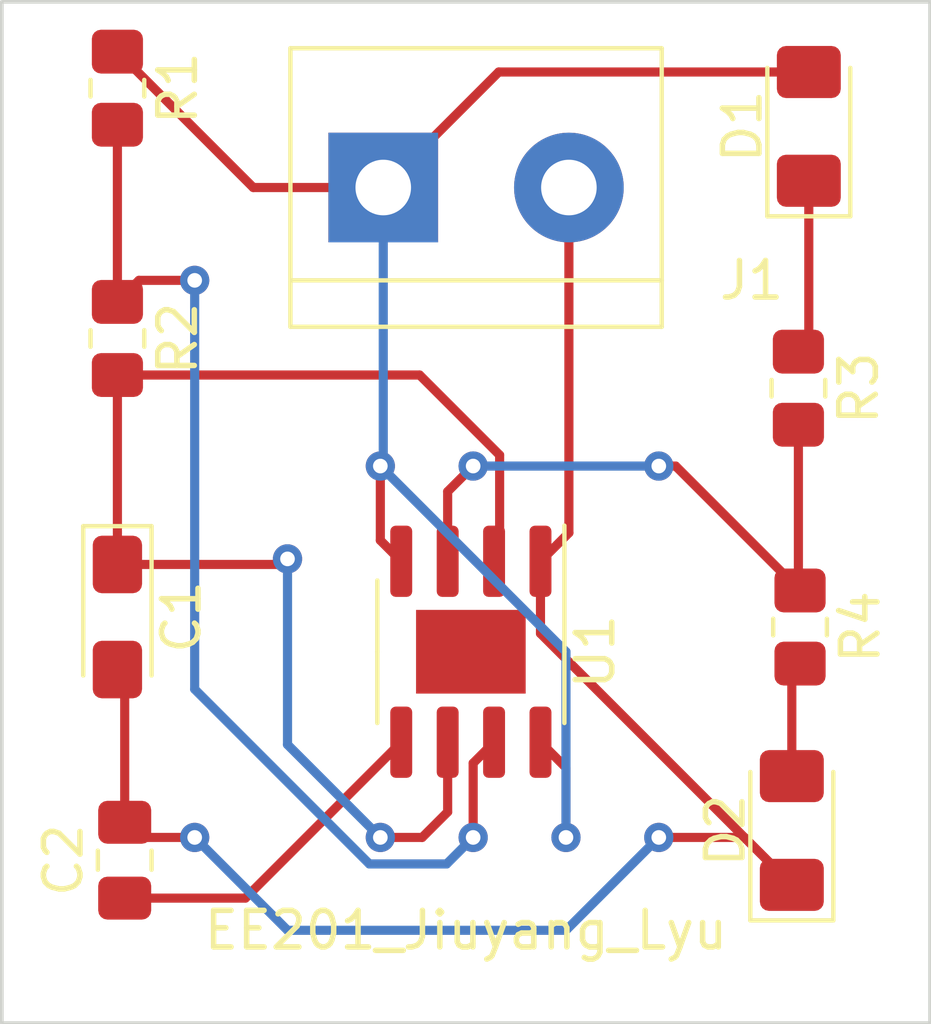
<source format=kicad_pcb>
(kicad_pcb (version 20211014) (generator pcbnew)
  (layers (0 "F.Cu" signal) (31 "B.Cu" signal) (34 "B.Paste" user) (35 "F.Paste" user) (36 "B.SilkS" user "B.Silkscreen") (37 "F.SilkS" user "F.Silkscreen") (38 "B.Mask" user) (39 "F.Mask" user) (44 "Edge.Cuts" user))
  (net 0 "")
  (net 1 "/pin_2")
  (net 2 "GND")
  (net 3 "Net-(C2-Pad1)")
  (net 4 "Net-(D1-Pad1)")
  (net 5 "+9V")
  (net 6 "Net-(D2-Pad2)")
  (net 7 "/pin_7")
  (net 8 "/pin_3")
  (footprint "Resistor_SMD:R_0805_2012Metric_Pad1.20x1.40mm_HandSolder" (layer "F.Cu") (at 151.3375 86.77 -90)
    (fp_text reference "R3" (at 0 -1.65 90) (layer "F.SilkS"))
    (fp_text value "1k")
    (fp_line (start -0.227064 -0.735) (end 0.227064 -0.735) (layer "F.SilkS") (width 0.12))
    (fp_line (start -0.227064 0.735) (end 0.227064 0.735) (layer "F.SilkS") (width 0.12))
    (pad "1" smd roundrect (at -1 0 270) (size 1.2 1.4) (layers "F.Cu" "F.Paste" "F.Mask") (roundrect_rratio 0.208333) (net 4 "Net-(D1-Pad1)"))
    (pad "2" smd roundrect (at 1 0 270) (size 1.2 1.4) (layers "F.Cu" "F.Paste" "F.Mask") (roundrect_rratio 0.208333) (net 8 "/pin_3"))
  )
  (footprint "Resistor_SMD:R_0805_2012Metric_Pad1.20x1.40mm_HandSolder" (layer "F.Cu") (at 151.3825 93.304128 -90)
    (fp_text reference "R4" (at 0 -1.65 90) (layer "F.SilkS"))
    (fp_text value "1k")
    (fp_line (start -0.227064 -0.735) (end 0.227064 -0.735) (layer "F.SilkS") (width 0.12))
    (fp_line (start -0.227064 0.735) (end 0.227064 0.735) (layer "F.SilkS") (width 0.12))
    (pad "1" smd roundrect (at -1 0 270) (size 1.2 1.4) (layers "F.Cu" "F.Paste" "F.Mask") (roundrect_rratio 0.208333) (net 8 "/pin_3"))
    (pad "2" smd roundrect (at 1 0 270) (size 1.2 1.4) (layers "F.Cu" "F.Paste" "F.Mask") (roundrect_rratio 0.208333) (net 6 "Net-(D2-Pad2)"))
  )
  (footprint "Resistor_SMD:R_0805_2012Metric_Pad1.20x1.40mm_HandSolder" (layer "F.Cu") (at 132.7025 85.409448 -90)
    (fp_text reference "R2" (at 0 -1.65 90) (layer "F.SilkS"))
    (fp_text value "10k")
    (fp_line (start -0.227064 0.735) (end 0.227064 0.735) (layer "F.SilkS") (width 0.12))
    (fp_line (start -0.227064 -0.735) (end 0.227064 -0.735) (layer "F.SilkS") (width 0.12))
    (pad "1" smd roundrect (at -1 0 270) (size 1.2 1.4) (layers "F.Cu" "F.Paste" "F.Mask") (roundrect_rratio 0.208333) (net 7 "/pin_7"))
    (pad "2" smd roundrect (at 1 0 270) (size 1.2 1.4) (layers "F.Cu" "F.Paste" "F.Mask") (roundrect_rratio 0.208333) (net 1 "/pin_2"))
  )
  (footprint "LED_SMD:LED_1206_3216Metric_Pad1.42x1.75mm_HandSolder" (layer "F.Cu") (at 151.6225 79.6075 90)
    (fp_text reference "D1" (at 0 -1.82 90) (layer "F.SilkS"))
    (fp_text value "LED")
    (fp_line (start -2.46 -1.135) (end -2.46 1.135) (layer "F.SilkS") (width 0.12))
    (fp_line (start 1.6 -1.135) (end -2.46 -1.135) (layer "F.SilkS") (width 0.12))
    (fp_line (start -2.46 1.135) (end 1.6 1.135) (layer "F.SilkS") (width 0.12))
    (pad "1" smd roundrect (at -1.4875 0 90) (size 1.425 1.75) (layers "F.Cu" "F.Paste" "F.Mask") (roundrect_rratio 0.175439) (net 4 "Net-(D1-Pad1)"))
    (pad "2" smd roundrect (at 1.4875 0 90) (size 1.425 1.75) (layers "F.Cu" "F.Paste" "F.Mask") (roundrect_rratio 0.175439) (net 5 "+9V"))
  )
  (footprint "Package_SO:SOIC-8-1EP_3.9x4.9mm_P1.27mm_EP2.29x3mm" (layer "F.Cu") (at 142.375 93.98 -90)
    (fp_text reference "U1" (at 0 -3.4 90) (layer "F.SilkS"))
    (fp_text value "NE555D")
    (fp_line (start 0 -2.56) (end -3.45 -2.56) (layer "F.SilkS") (width 0.12))
    (fp_line (start 0 2.56) (end 1.95 2.56) (layer "F.SilkS") (width 0.12))
    (fp_line (start 0 -2.56) (end 1.95 -2.56) (layer "F.SilkS") (width 0.12))
    (fp_line (start 0 2.56) (end -1.95 2.56) (layer "F.SilkS") (width 0.12))
    (pad "1" smd roundrect (at -2.475 -1.905 270) (size 1.95 0.6) (layers "F.Cu" "F.Paste" "F.Mask") (net 2 "GND"))
    (pad "2" smd roundrect (at -2.475 -0.635 270) (size 1.95 0.6) (layers "F.Cu" "F.Paste" "F.Mask") (net 1 "/pin_2"))
    (pad "3" smd roundrect (at -2.475 0.635 270) (size 1.95 0.6) (layers "F.Cu" "F.Paste" "F.Mask") (net 8 "/pin_3"))
    (pad "4" smd roundrect (at -2.475 1.905 270) (size 1.95 0.6) (layers "F.Cu" "F.Paste" "F.Mask") (net 5 "+9V"))
    (pad "5" smd roundrect (at 2.475 1.905 270) (size 1.95 0.6) (layers "F.Cu" "F.Paste" "F.Mask") (net 3 "Net-(C2-Pad1)"))
    (pad "6" smd roundrect (at 2.475 0.635 270) (size 1.95 0.6) (layers "F.Cu" "F.Paste" "F.Mask") (net 1 "/pin_2"))
    (pad "7" smd roundrect (at 2.475 -0.635 270) (size 1.95 0.6) (layers "F.Cu" "F.Paste" "F.Mask") (net 7 "/pin_7"))
    (pad "8" smd roundrect (at 2.475 -1.905 270) (size 1.95 0.6) (layers "F.Cu" "F.Paste" "F.Mask") (net 5 "+9V"))
    (pad "9" smd rect (at 0 0 270) (size 2.29 3) (layers "F.Cu" "F.Mask"))
  )
  (footprint "TerminalBlock:TerminalBlock_bornier-2_P5.08mm" (layer "F.Cu") (at 139.9775 81.28)
    (fp_text reference "J1" (at 10.08 2.54) (layer "F.SilkS"))
    (fp_text value "Conn_01x02_Male")
    (fp_line (start 7.62 -3.81) (end -2.54 -3.81) (layer "F.SilkS") (width 0.12))
    (fp_line (start -2.54 -3.81) (end -2.54 3.81) (layer "F.SilkS") (width 0.12))
    (fp_line (start 7.62 2.54) (end -2.54 2.54) (layer "F.SilkS") (width 0.12))
    (fp_line (start 7.62 3.81) (end 7.62 -3.81) (layer "F.SilkS") (width 0.12))
    (fp_line (start -2.54 3.81) (end 7.62 3.81) (layer "F.SilkS") (width 0.12))
    (pad "1" thru_hole rect (at 0 0) (size 3 3) (drill 1.52) (layers *.Cu *.Mask) (net 5 "+9V"))
    (pad "2" thru_hole circle (at 5.08 0) (size 3 3) (drill 1.52) (layers *.Cu *.Mask) (net 2 "GND"))
  )
  (footprint "LED_SMD:LED_1206_3216Metric_Pad1.42x1.75mm_HandSolder" (layer "F.Cu") (at 151.1575 98.87 90)
    (fp_text reference "D2" (at 0 -1.82 90) (layer "F.SilkS"))
    (fp_text value "LED")
    (fp_line (start -2.46 1.135) (end 1.6 1.135) (layer "F.SilkS") (width 0.12))
    (fp_line (start 1.6 -1.135) (end -2.46 -1.135) (layer "F.SilkS") (width 0.12))
    (fp_line (start -2.46 -1.135) (end -2.46 1.135) (layer "F.SilkS") (width 0.12))
    (pad "1" smd roundrect (at -1.4875 0 90) (size 1.425 1.75) (layers "F.Cu" "F.Paste" "F.Mask") (roundrect_rratio 0.175439) (net 2 "GND"))
    (pad "2" smd roundrect (at 1.4875 0 90) (size 1.425 1.75) (layers "F.Cu" "F.Paste" "F.Mask") (roundrect_rratio 0.175439) (net 6 "Net-(D2-Pad2)"))
  )
  (footprint "Capacitor_SMD:C_0805_2012Metric_Pad1.18x1.45mm_HandSolder" (layer "F.Cu") (at 132.9025 99.6825 90)
    (fp_text reference "C2" (at 0 -1.68 90) (layer "F.SilkS"))
    (fp_text value "0.01μF")
    (fp_line (start -0.261252 0.735) (end 0.261252 0.735) (layer "F.SilkS") (width 0.12))
    (fp_line (start -0.261252 -0.735) (end 0.261252 -0.735) (layer "F.SilkS") (width 0.12))
    (pad "1" smd roundrect (at -1.0375 0 90) (size 1.175 1.45) (layers "F.Cu" "F.Paste" "F.Mask") (roundrect_rratio 0.212766) (net 3 "Net-(C2-Pad1)"))
    (pad "2" smd roundrect (at 1.0375 0 90) (size 1.175 1.45) (layers "F.Cu" "F.Paste" "F.Mask") (roundrect_rratio 0.212766) (net 2 "GND"))
  )
  (footprint "Resistor_SMD:R_0805_2012Metric_Pad1.20x1.40mm_HandSolder" (layer "F.Cu") (at 132.7025 78.562384 -90)
    (fp_text reference "R1" (at 0 -1.65 90) (layer "F.SilkS"))
    (fp_text value "1k")
    (fp_line (start -0.227064 0.735) (end 0.227064 0.735) (layer "F.SilkS") (width 0.12))
    (fp_line (start -0.227064 -0.735) (end 0.227064 -0.735) (layer "F.SilkS") (width 0.12))
    (pad "1" smd roundrect (at -1 0 270) (size 1.2 1.4) (layers "F.Cu" "F.Paste" "F.Mask") (roundrect_rratio 0.208333) (net 5 "+9V"))
    (pad "2" smd roundrect (at 1 0 270) (size 1.2 1.4) (layers "F.Cu" "F.Paste" "F.Mask") (roundrect_rratio 0.208333) (net 7 "/pin_7"))
  )
  (footprint "Capacitor_Tantalum_SMD:CP_EIA-3216-18_Kemet-A_Pad1.58x1.35mm_HandSolder" (layer "F.Cu") (at 132.7025 93.029448 -90)
    (fp_text reference "C1" (at 0 -1.75 90) (layer "F.SilkS"))
    (fp_text value "10μF")
    (fp_line (start 1.6 -0.935) (end -2.485 -0.935) (layer "F.SilkS") (width 0.12))
    (fp_line (start -2.485 0.935) (end 1.6 0.935) (layer "F.SilkS") (width 0.12))
    (fp_line (start -2.485 -0.935) (end -2.485 0.935) (layer "F.SilkS") (width 0.12))
    (pad "1" smd roundrect (at -1.4375 0 270) (size 1.575 1.35) (layers "F.Cu" "F.Paste" "F.Mask") (roundrect_rratio 0.185185) (net 1 "/pin_2"))
    (pad "2" smd roundrect (at 1.4375 0 270) (size 1.575 1.35) (layers "F.Cu" "F.Paste" "F.Mask") (roundrect_rratio 0.185185) (net 2 "GND"))
  )
  (gr_rect (start 129.54 76.2) (end 154.94 104.14) (layer "Edge.Cuts") (width 0.1) (fill none))
  (gr_text "EE201_Jiuyang_Lyu" (at 142.24 101.6) (layer "F.SilkS") (effects (font (size 1 1))))
  (segment (start 143.1625 91.3525) (end 143.1625 88.599695) (width 0.25) (layer "F.Cu") (net 1))
  (segment (start 141.74 98.3625) (end 141.0425 99.06) (width 0.25) (layer "F.Cu") (net 1))
  (segment (start 141.74 96.455) (end 141.74 98.3625) (width 0.25) (layer "F.Cu") (net 1))
  (segment (start 143.01 91.505) (end 143.1625 91.3525) (width 0.25) (layer "F.Cu") (net 1))
  (segment (start 132.7025 91.591948) (end 137.205552 91.591948) (width 0.25) (layer "F.Cu") (net 1))
  (segment (start 140.972253 86.409448) (end 132.7025 86.409448) (width 0.25) (layer "F.Cu") (net 1))
  (segment (start 143.1625 88.599695) (end 140.972253 86.409448) (width 0.25) (layer "F.Cu") (net 1))
  (segment (start 132.7025 86.409448) (end 132.7025 91.591948) (width 0.25) (layer "F.Cu") (net 1))
  (segment (start 141.0425 99.06) (end 139.8975 99.06) (width 0.25) (layer "F.Cu") (net 1))
  (segment (start 137.205552 91.591948) (end 137.3575 91.44) (width 0.25) (layer "F.Cu") (net 1))
  (via (at 139.8975 99.06) (size 0.8) (drill 0.4) (layers "F.Cu" "B.Cu") (net 1))
  (via (at 137.3575 91.44) (size 0.8) (drill 0.4) (layers "F.Cu" "B.Cu") (net 1))
  (segment (start 137.3575 91.44) (end 137.3575 96.52) (width 0.25) (layer "B.Cu") (net 1))
  (segment (start 137.3575 96.52) (end 139.8975 99.06) (width 0.25) (layer "B.Cu") (net 1))
  (segment (start 145.0575 90.7275) (end 144.28 91.505) (width 0.25) (layer "F.Cu") (net 2))
  (segment (start 145.0575 81.28) (end 145.0575 90.7275) (width 0.25) (layer "F.Cu") (net 2))
  (segment (start 149.86 99.06) (end 151.1575 100.3575) (width 0.25) (layer "F.Cu") (net 2))
  (segment (start 144.28 93.48) (end 144.28 91.505) (width 0.25) (layer "F.Cu") (net 2))
  (segment (start 132.9025 94.666948) (end 132.9025 98.645) (width 0.25) (layer "F.Cu") (net 2))
  (segment (start 133.3175 99.06) (end 132.9025 98.645) (width 0.25) (layer "F.Cu") (net 2))
  (segment (start 151.1575 100.3575) (end 144.28 93.48) (width 0.25) (layer "F.Cu") (net 2))
  (segment (start 132.7025 94.466948) (end 132.9025 94.666948) (width 0.25) (layer "F.Cu") (net 2))
  (segment (start 134.8175 99.06) (end 133.3175 99.06) (width 0.25) (layer "F.Cu") (net 2))
  (segment (start 147.5175 99.06) (end 149.86 99.06) (width 0.25) (layer "F.Cu") (net 2))
  (via (at 134.8175 99.06) (size 0.8) (drill 0.4) (layers "F.Cu" "B.Cu") (net 2))
  (via (at 147.5175 99.06) (size 0.8) (drill 0.4) (layers "F.Cu" "B.Cu") (net 2))
  (segment (start 137.3575 101.6) (end 144.9775 101.6) (width 0.25) (layer "B.Cu") (net 2))
  (segment (start 144.9775 101.6) (end 147.5175 99.06) (width 0.25) (layer "B.Cu") (net 2))
  (segment (start 134.8175 99.06) (end 137.3575 101.6) (width 0.25) (layer "B.Cu") (net 2))
  (segment (start 136.205 100.72) (end 140.47 96.455) (width 0.25) (layer "F.Cu") (net 3))
  (segment (start 132.9025 100.72) (end 136.205 100.72) (width 0.25) (layer "F.Cu") (net 3))
  (segment (start 151.3375 85.77) (end 151.6225 85.485) (width 0.25) (layer "F.Cu") (net 4))
  (segment (start 151.6225 85.485) (end 151.6225 81.095) (width 0.25) (layer "F.Cu") (net 4))
  (segment (start 144.28 96.455) (end 144.9775 97.1525) (width 0.25) (layer "F.Cu") (net 5))
  (segment (start 132.7025 77.562384) (end 136.420116 81.28) (width 0.25) (layer "F.Cu") (net 5))
  (segment (start 136.420116 81.28) (end 139.9775 81.28) (width 0.25) (layer "F.Cu") (net 5))
  (segment (start 139.8975 90.9325) (end 139.8975 88.9) (width 0.25) (layer "F.Cu") (net 5))
  (segment (start 144.9775 97.1525) (end 144.9775 99.06) (width 0.25) (layer "F.Cu") (net 5))
  (segment (start 139.9775 81.28) (end 143.1375 78.12) (width 0.25) (layer "F.Cu") (net 5))
  (segment (start 143.1375 78.12) (end 151.6225 78.12) (width 0.25) (layer "F.Cu") (net 5))
  (segment (start 140.47 91.505) (end 139.8975 90.9325) (width 0.25) (layer "F.Cu") (net 5))
  (via (at 144.9775 99.06) (size 0.8) (drill 0.4) (layers "F.Cu" "B.Cu") (net 5))
  (via (at 139.8975 88.9) (size 0.8) (drill 0.4) (layers "F.Cu" "B.Cu") (net 5))
  (segment (start 139.9775 88.82) (end 139.9775 81.28) (width 0.25) (layer "B.Cu") (net 5))
  (segment (start 139.8975 88.9) (end 139.9775 88.82) (width 0.25) (layer "B.Cu") (net 5))
  (segment (start 139.8975 88.9) (end 144.9775 93.98) (width 0.25) (layer "B.Cu") (net 5))
  (segment (start 144.9775 93.98) (end 144.9775 99.06) (width 0.25) (layer "B.Cu") (net 5))
  (segment (start 151.1575 94.529128) (end 151.1575 97.3825) (width 0.25) (layer "F.Cu") (net 6))
  (segment (start 151.3825 94.304128) (end 151.1575 94.529128) (width 0.25) (layer "F.Cu") (net 6))
  (segment (start 134.8175 83.82) (end 133.291948 83.82) (width 0.25) (layer "F.Cu") (net 7))
  (segment (start 132.7025 79.562384) (end 132.7025 84.409448) (width 0.25) (layer "F.Cu") (net 7))
  (segment (start 143.01 96.455) (end 142.4375 97.0275) (width 0.25) (layer "F.Cu") (net 7))
  (segment (start 133.291948 83.82) (end 132.7025 84.409448) (width 0.25) (layer "F.Cu") (net 7))
  (segment (start 142.4375 97.0275) (end 142.4375 99.06) (width 0.25) (layer "F.Cu") (net 7))
  (via (at 134.8175 83.82) (size 0.8) (drill 0.4) (layers "F.Cu" "B.Cu") (net 7))
  (via (at 142.4375 99.06) (size 0.8) (drill 0.4) (layers "F.Cu" "B.Cu") (net 7))
  (segment (start 139.597195 99.785) (end 134.8175 95.005305) (width 0.25) (layer "B.Cu") (net 7))
  (segment (start 141.7125 99.785) (end 139.597195 99.785) (width 0.25) (layer "B.Cu") (net 7))
  (segment (start 134.8175 95.005305) (end 134.8175 83.82) (width 0.25) (layer "B.Cu") (net 7))
  (segment (start 142.4375 99.06) (end 141.7125 99.785) (width 0.25) (layer "B.Cu") (net 7))
  (segment (start 141.74 89.5975) (end 142.4375 88.9) (width 0.25) (layer "F.Cu") (net 8))
  (segment (start 151.3825 92.304128) (end 151.3375 92.259128) (width 0.25) (layer "F.Cu") (net 8))
  (segment (start 151.3825 92.304128) (end 147.978372 88.9) (width 0.25) (layer "F.Cu") (net 8))
  (segment (start 147.978372 88.9) (end 147.5175 88.9) (width 0.25) (layer "F.Cu") (net 8))
  (segment (start 141.74 91.505) (end 141.74 89.5975) (width 0.25) (layer "F.Cu") (net 8))
  (segment (start 151.3375 92.259128) (end 151.3375 87.77) (width 0.25) (layer "F.Cu") (net 8))
  (via (at 147.5175 88.9) (size 0.8) (drill 0.4) (layers "F.Cu" "B.Cu") (net 8))
  (via (at 142.4375 88.9) (size 0.8) (drill 0.4) (layers "F.Cu" "B.Cu") (net 8))
  (segment (start 147.5175 88.9) (end 142.4375 88.9) (width 0.25) (layer "B.Cu") (net 8))
)
</source>
